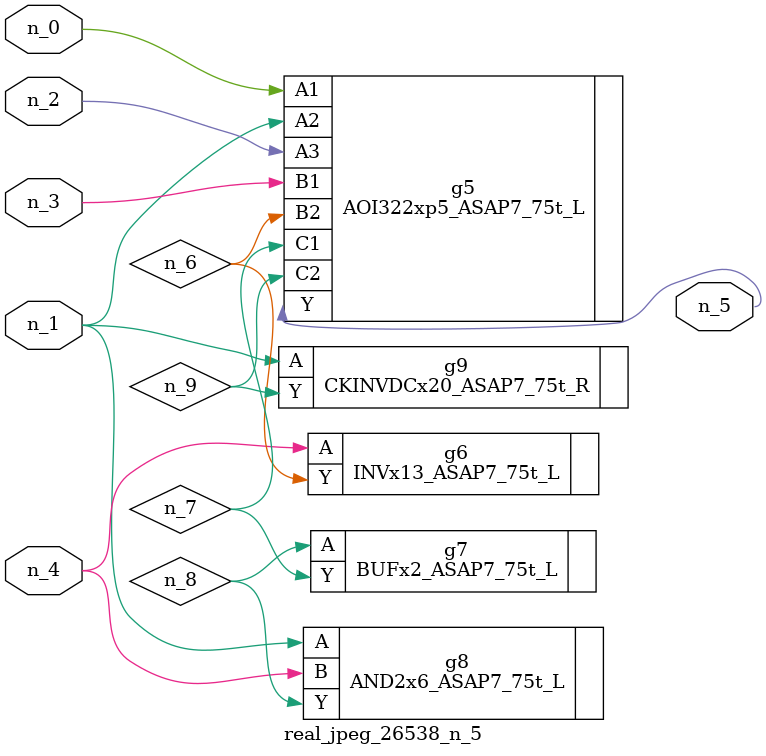
<source format=v>
module real_jpeg_26538_n_5 (n_4, n_0, n_1, n_2, n_3, n_5);

input n_4;
input n_0;
input n_1;
input n_2;
input n_3;

output n_5;

wire n_8;
wire n_6;
wire n_7;
wire n_9;

AOI322xp5_ASAP7_75t_L g5 ( 
.A1(n_0),
.A2(n_1),
.A3(n_2),
.B1(n_3),
.B2(n_6),
.C1(n_7),
.C2(n_9),
.Y(n_5)
);

AND2x6_ASAP7_75t_L g8 ( 
.A(n_1),
.B(n_4),
.Y(n_8)
);

CKINVDCx20_ASAP7_75t_R g9 ( 
.A(n_1),
.Y(n_9)
);

INVx13_ASAP7_75t_L g6 ( 
.A(n_4),
.Y(n_6)
);

BUFx2_ASAP7_75t_L g7 ( 
.A(n_8),
.Y(n_7)
);


endmodule
</source>
